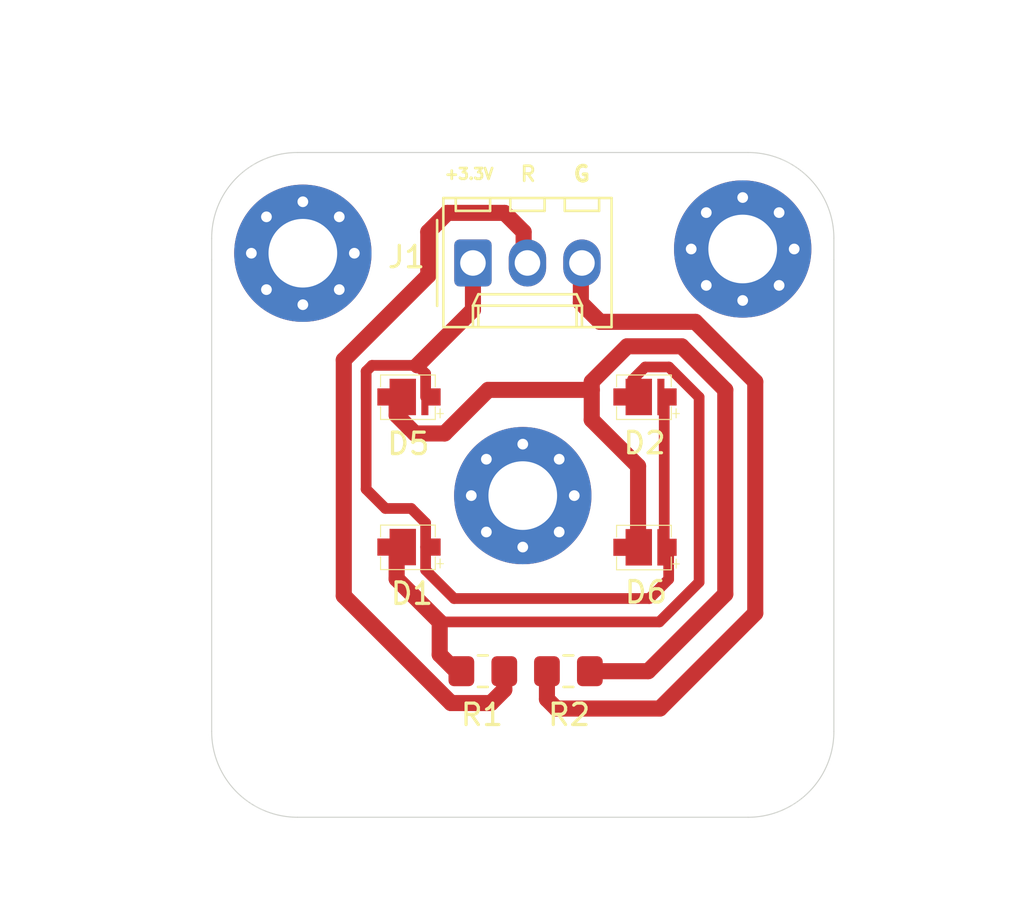
<source format=kicad_pcb>
(kicad_pcb (version 20171130) (host pcbnew "(5.1.9)-1")

  (general
    (thickness 1.6)
    (drawings 17)
    (tracks 66)
    (zones 0)
    (modules 10)
    (nets 9)
  )

  (page A4)
  (layers
    (0 F.Cu jumper)
    (31 B.Cu signal)
    (32 B.Adhes user)
    (33 F.Adhes user)
    (34 B.Paste user)
    (35 F.Paste user)
    (36 B.SilkS user)
    (37 F.SilkS user)
    (38 B.Mask user)
    (39 F.Mask user)
    (40 Dwgs.User user)
    (41 Cmts.User user)
    (42 Eco1.User user)
    (43 Eco2.User user)
    (44 Edge.Cuts user)
    (45 Margin user)
    (46 B.CrtYd user)
    (47 F.CrtYd user)
    (48 B.Fab user hide)
    (49 F.Fab user hide)
  )

  (setup
    (last_trace_width 0.5)
    (user_trace_width 0.3)
    (user_trace_width 0.4)
    (user_trace_width 0.5)
    (user_trace_width 0.75)
    (user_trace_width 1)
    (trace_clearance 0.2)
    (zone_clearance 0.208)
    (zone_45_only no)
    (trace_min 0.2)
    (via_size 0.8)
    (via_drill 0.4)
    (via_min_size 0.4)
    (via_min_drill 0.3)
    (uvia_size 0.3)
    (uvia_drill 0.1)
    (uvias_allowed no)
    (uvia_min_size 0.2)
    (uvia_min_drill 0.1)
    (edge_width 0.05)
    (segment_width 0.2)
    (pcb_text_width 0.3)
    (pcb_text_size 1.5 1.5)
    (mod_edge_width 0.12)
    (mod_text_size 1 1)
    (mod_text_width 0.15)
    (pad_size 1.524 1.524)
    (pad_drill 0.762)
    (pad_to_mask_clearance 0)
    (aux_axis_origin 0 0)
    (visible_elements 7FFFFFFF)
    (pcbplotparams
      (layerselection 0x010f0_ffffffff)
      (usegerberextensions true)
      (usegerberattributes true)
      (usegerberadvancedattributes true)
      (creategerberjobfile false)
      (excludeedgelayer true)
      (linewidth 0.100000)
      (plotframeref false)
      (viasonmask false)
      (mode 1)
      (useauxorigin false)
      (hpglpennumber 1)
      (hpglpenspeed 20)
      (hpglpendiameter 15.000000)
      (psnegative false)
      (psa4output false)
      (plotreference true)
      (plotvalue false)
      (plotinvisibletext false)
      (padsonsilk true)
      (subtractmaskfromsilk false)
      (outputformat 1)
      (mirror false)
      (drillshape 0)
      (scaleselection 1)
      (outputdirectory "Gerbers/"))
  )

  (net 0 "")
  (net 1 +3V3)
  (net 2 "Net-(H1-Pad1)")
  (net 3 "Net-(H2-Pad1)")
  (net 4 "Net-(H3-Pad1)")
  (net 5 Path_Red)
  (net 6 Path_Green)
  (net 7 "Net-(D1-Pad1)")
  (net 8 "Net-(D5-Pad1)")

  (net_class Default "This is the default net class."
    (clearance 0.2)
    (trace_width 0.25)
    (via_dia 0.8)
    (via_drill 0.4)
    (uvia_dia 0.3)
    (uvia_drill 0.1)
    (add_net +3V3)
    (add_net "Net-(D1-Pad1)")
    (add_net "Net-(D5-Pad1)")
    (add_net "Net-(H1-Pad1)")
    (add_net "Net-(H2-Pad1)")
    (add_net "Net-(H3-Pad1)")
    (add_net Path_Green)
    (add_net Path_Red)
  )

  (module MountingHole:MountingHole_3.2mm_M3_Pad_Via (layer F.Cu) (tedit 56DDBCCA) (tstamp 6137A246)
    (at 129.5 57)
    (descr "Mounting Hole 3.2mm, M3")
    (tags "mounting hole 3.2mm m3")
    (path /607D98FF)
    (attr virtual)
    (fp_text reference H3 (at -0.1113 -4.4891) (layer F.SilkS) hide
      (effects (font (size 1 1) (thickness 0.15)))
    )
    (fp_text value MountingHole_Pad (at 0 4.2) (layer F.Fab)
      (effects (font (size 1 1) (thickness 0.15)))
    )
    (fp_circle (center 0 0) (end 3.2 0) (layer Cmts.User) (width 0.15))
    (fp_circle (center 0 0) (end 3.45 0) (layer F.CrtYd) (width 0.05))
    (fp_text user %R (at 0.3 0) (layer F.Fab)
      (effects (font (size 1 1) (thickness 0.15)))
    )
    (pad 1 thru_hole circle (at 0 0) (size 6.4 6.4) (drill 3.2) (layers *.Cu *.Mask)
      (net 4 "Net-(H3-Pad1)"))
    (pad 1 thru_hole circle (at 2.4 0) (size 0.8 0.8) (drill 0.5) (layers *.Cu *.Mask)
      (net 4 "Net-(H3-Pad1)"))
    (pad 1 thru_hole circle (at 1.697056 1.697056) (size 0.8 0.8) (drill 0.5) (layers *.Cu *.Mask)
      (net 4 "Net-(H3-Pad1)"))
    (pad 1 thru_hole circle (at 0 2.4) (size 0.8 0.8) (drill 0.5) (layers *.Cu *.Mask)
      (net 4 "Net-(H3-Pad1)"))
    (pad 1 thru_hole circle (at -1.697056 1.697056) (size 0.8 0.8) (drill 0.5) (layers *.Cu *.Mask)
      (net 4 "Net-(H3-Pad1)"))
    (pad 1 thru_hole circle (at -2.4 0) (size 0.8 0.8) (drill 0.5) (layers *.Cu *.Mask)
      (net 4 "Net-(H3-Pad1)"))
    (pad 1 thru_hole circle (at -1.697056 -1.697056) (size 0.8 0.8) (drill 0.5) (layers *.Cu *.Mask)
      (net 4 "Net-(H3-Pad1)"))
    (pad 1 thru_hole circle (at 0 -2.4) (size 0.8 0.8) (drill 0.5) (layers *.Cu *.Mask)
      (net 4 "Net-(H3-Pad1)"))
    (pad 1 thru_hole circle (at 1.697056 -1.697056) (size 0.8 0.8) (drill 0.5) (layers *.Cu *.Mask)
      (net 4 "Net-(H3-Pad1)"))
  )

  (module Resistor_SMD:R_0805_2012Metric_Pad1.20x1.40mm_HandSolder (layer F.Cu) (tedit 5F68FEEE) (tstamp 61369973)
    (at 131.6261 65.1891)
    (descr "Resistor SMD 0805 (2012 Metric), square (rectangular) end terminal, IPC_7351 nominal with elongated pad for handsoldering. (Body size source: IPC-SM-782 page 72, https://www.pcb-3d.com/wordpress/wp-content/uploads/ipc-sm-782a_amendment_1_and_2.pdf), generated with kicad-footprint-generator")
    (tags "resistor handsolder")
    (path /607D10A5)
    (attr smd)
    (fp_text reference R2 (at 0.0348 2.032) (layer F.SilkS)
      (effects (font (size 1 1) (thickness 0.15)))
    )
    (fp_text value 22 (at 0 1.65) (layer F.Fab)
      (effects (font (size 1 1) (thickness 0.15)))
    )
    (fp_line (start 1.85 0.95) (end -1.85 0.95) (layer F.CrtYd) (width 0.05))
    (fp_line (start 1.85 -0.95) (end 1.85 0.95) (layer F.CrtYd) (width 0.05))
    (fp_line (start -1.85 -0.95) (end 1.85 -0.95) (layer F.CrtYd) (width 0.05))
    (fp_line (start -1.85 0.95) (end -1.85 -0.95) (layer F.CrtYd) (width 0.05))
    (fp_line (start -0.227064 0.735) (end 0.227064 0.735) (layer F.SilkS) (width 0.12))
    (fp_line (start -0.227064 -0.735) (end 0.227064 -0.735) (layer F.SilkS) (width 0.12))
    (fp_line (start 1 0.625) (end -1 0.625) (layer F.Fab) (width 0.1))
    (fp_line (start 1 -0.625) (end 1 0.625) (layer F.Fab) (width 0.1))
    (fp_line (start -1 -0.625) (end 1 -0.625) (layer F.Fab) (width 0.1))
    (fp_line (start -1 0.625) (end -1 -0.625) (layer F.Fab) (width 0.1))
    (fp_text user %R (at 0 0) (layer F.Fab)
      (effects (font (size 0.5 0.5) (thickness 0.08)))
    )
    (pad 2 smd roundrect (at 1 0) (size 1.2 1.4) (layers F.Cu F.Paste F.Mask) (roundrect_rratio 0.208333)
      (net 8 "Net-(D5-Pad1)"))
    (pad 1 smd roundrect (at -1 0) (size 1.2 1.4) (layers F.Cu F.Paste F.Mask) (roundrect_rratio 0.208333)
      (net 6 Path_Green))
    (model ${KISYS3DMOD}/Resistor_SMD.3dshapes/R_0805_2012Metric.wrl
      (at (xyz 0 0 0))
      (scale (xyz 1 1 1))
      (rotate (xyz 0 0 0))
    )
  )

  (module Resistor_SMD:R_0805_2012Metric_Pad1.20x1.40mm_HandSolder (layer F.Cu) (tedit 5F68FEEE) (tstamp 6136D0C5)
    (at 127.6383 65.1891 180)
    (descr "Resistor SMD 0805 (2012 Metric), square (rectangular) end terminal, IPC_7351 nominal with elongated pad for handsoldering. (Body size source: IPC-SM-782 page 72, https://www.pcb-3d.com/wordpress/wp-content/uploads/ipc-sm-782a_amendment_1_and_2.pdf), generated with kicad-footprint-generator")
    (tags "resistor handsolder")
    (path /607779A2)
    (attr smd)
    (fp_text reference R1 (at 0.0414 -2.032 180) (layer F.SilkS)
      (effects (font (size 1 1) (thickness 0.15)))
    )
    (fp_text value 22 (at 0 1.65) (layer F.Fab)
      (effects (font (size 1 1) (thickness 0.15)))
    )
    (fp_line (start 1.85 0.95) (end -1.85 0.95) (layer F.CrtYd) (width 0.05))
    (fp_line (start 1.85 -0.95) (end 1.85 0.95) (layer F.CrtYd) (width 0.05))
    (fp_line (start -1.85 -0.95) (end 1.85 -0.95) (layer F.CrtYd) (width 0.05))
    (fp_line (start -1.85 0.95) (end -1.85 -0.95) (layer F.CrtYd) (width 0.05))
    (fp_line (start -0.227064 0.735) (end 0.227064 0.735) (layer F.SilkS) (width 0.12))
    (fp_line (start -0.227064 -0.735) (end 0.227064 -0.735) (layer F.SilkS) (width 0.12))
    (fp_line (start 1 0.625) (end -1 0.625) (layer F.Fab) (width 0.1))
    (fp_line (start 1 -0.625) (end 1 0.625) (layer F.Fab) (width 0.1))
    (fp_line (start -1 -0.625) (end 1 -0.625) (layer F.Fab) (width 0.1))
    (fp_line (start -1 0.625) (end -1 -0.625) (layer F.Fab) (width 0.1))
    (fp_text user %R (at 0 0) (layer F.Fab)
      (effects (font (size 0.5 0.5) (thickness 0.08)))
    )
    (pad 2 smd roundrect (at 1 0 180) (size 1.2 1.4) (layers F.Cu F.Paste F.Mask) (roundrect_rratio 0.208333)
      (net 7 "Net-(D1-Pad1)"))
    (pad 1 smd roundrect (at -1 0 180) (size 1.2 1.4) (layers F.Cu F.Paste F.Mask) (roundrect_rratio 0.208333)
      (net 5 Path_Red))
    (model ${KISYS3DMOD}/Resistor_SMD.3dshapes/R_0805_2012Metric.wrl
      (at (xyz 0 0 0))
      (scale (xyz 1 1 1))
      (rotate (xyz 0 0 0))
    )
  )

  (module Connector_Molex:Molex_KK-254_AE-6410-03A_1x03_P2.54mm_Vertical (layer F.Cu) (tedit 5EA53D3B) (tstamp 61369945)
    (at 127.1778 46.1518)
    (descr "Molex KK-254 Interconnect System, old/engineering part number: AE-6410-03A example for new part number: 22-27-2031, 3 Pins (http://www.molex.com/pdm_docs/sd/022272021_sd.pdf), generated with kicad-footprint-generator")
    (tags "connector Molex KK-254 vertical")
    (path /6079464C)
    (fp_text reference J1 (at -3.0988 -0.2794 180) (layer F.SilkS)
      (effects (font (size 1 1) (thickness 0.15)))
    )
    (fp_text value Conn_01x03 (at 2.54 4.08) (layer F.Fab)
      (effects (font (size 1 1) (thickness 0.15)))
    )
    (fp_line (start -1.27 -2.92) (end -1.27 2.88) (layer F.Fab) (width 0.1))
    (fp_line (start -1.27 2.88) (end 6.35 2.88) (layer F.Fab) (width 0.1))
    (fp_line (start 6.35 2.88) (end 6.35 -2.92) (layer F.Fab) (width 0.1))
    (fp_line (start 6.35 -2.92) (end -1.27 -2.92) (layer F.Fab) (width 0.1))
    (fp_line (start -1.38 -3.03) (end -1.38 2.99) (layer F.SilkS) (width 0.12))
    (fp_line (start -1.38 2.99) (end 6.46 2.99) (layer F.SilkS) (width 0.12))
    (fp_line (start 6.46 2.99) (end 6.46 -3.03) (layer F.SilkS) (width 0.12))
    (fp_line (start 6.46 -3.03) (end -1.38 -3.03) (layer F.SilkS) (width 0.12))
    (fp_line (start -1.67 -2) (end -1.67 2) (layer F.SilkS) (width 0.12))
    (fp_line (start -1.27 -0.5) (end -0.562893 0) (layer F.Fab) (width 0.1))
    (fp_line (start -0.562893 0) (end -1.27 0.5) (layer F.Fab) (width 0.1))
    (fp_line (start 0 2.99) (end 0 1.99) (layer F.SilkS) (width 0.12))
    (fp_line (start 0 1.99) (end 5.08 1.99) (layer F.SilkS) (width 0.12))
    (fp_line (start 5.08 1.99) (end 5.08 2.99) (layer F.SilkS) (width 0.12))
    (fp_line (start 0 1.99) (end 0.25 1.46) (layer F.SilkS) (width 0.12))
    (fp_line (start 0.25 1.46) (end 4.83 1.46) (layer F.SilkS) (width 0.12))
    (fp_line (start 4.83 1.46) (end 5.08 1.99) (layer F.SilkS) (width 0.12))
    (fp_line (start 0.25 2.99) (end 0.25 1.99) (layer F.SilkS) (width 0.12))
    (fp_line (start 4.83 2.99) (end 4.83 1.99) (layer F.SilkS) (width 0.12))
    (fp_line (start -0.8 -3.03) (end -0.8 -2.43) (layer F.SilkS) (width 0.12))
    (fp_line (start -0.8 -2.43) (end 0.8 -2.43) (layer F.SilkS) (width 0.12))
    (fp_line (start 0.8 -2.43) (end 0.8 -3.03) (layer F.SilkS) (width 0.12))
    (fp_line (start 1.74 -3.03) (end 1.74 -2.43) (layer F.SilkS) (width 0.12))
    (fp_line (start 1.74 -2.43) (end 3.34 -2.43) (layer F.SilkS) (width 0.12))
    (fp_line (start 3.34 -2.43) (end 3.34 -3.03) (layer F.SilkS) (width 0.12))
    (fp_line (start 4.28 -3.03) (end 4.28 -2.43) (layer F.SilkS) (width 0.12))
    (fp_line (start 4.28 -2.43) (end 5.88 -2.43) (layer F.SilkS) (width 0.12))
    (fp_line (start 5.88 -2.43) (end 5.88 -3.03) (layer F.SilkS) (width 0.12))
    (fp_line (start -1.77 -3.42) (end -1.77 3.38) (layer F.CrtYd) (width 0.05))
    (fp_line (start -1.77 3.38) (end 6.85 3.38) (layer F.CrtYd) (width 0.05))
    (fp_line (start 6.85 3.38) (end 6.85 -3.42) (layer F.CrtYd) (width 0.05))
    (fp_line (start 6.85 -3.42) (end -1.77 -3.42) (layer F.CrtYd) (width 0.05))
    (fp_text user %R (at 2.54 -2.22) (layer F.Fab)
      (effects (font (size 1 1) (thickness 0.15)))
    )
    (pad 3 thru_hole oval (at 5.08 0) (size 1.74 2.19) (drill 1.19) (layers *.Cu *.Mask)
      (net 6 Path_Green))
    (pad 2 thru_hole oval (at 2.54 0) (size 1.74 2.19) (drill 1.19) (layers *.Cu *.Mask)
      (net 5 Path_Red))
    (pad 1 thru_hole roundrect (at 0 0) (size 1.74 2.19) (drill 1.19) (layers *.Cu *.Mask) (roundrect_rratio 0.143678)
      (net 1 +3V3))
    (model ${KISYS3DMOD}/Connector_Molex.3dshapes/Molex_KK-254_AE-6410-03A_1x03_P2.54mm_Vertical.wrl
      (at (xyz 0 0 0))
      (scale (xyz 1 1 1))
      (rotate (xyz 0 0 0))
    )
  )

  (module "TSAL_LEDS_FOOTPRINT:LED_KT DDLM31.13" (layer F.Cu) (tedit 612EA81B) (tstamp 613698A5)
    (at 135.2468 59.3856 270)
    (path /607D10B1)
    (fp_text reference D6 (at 2.1205 0.0045 180) (layer F.SilkS)
      (effects (font (size 1 1) (thickness 0.15)))
    )
    (fp_text value LED (at 0 0 90) (layer F.Fab)
      (effects (font (size 1 1) (thickness 0.15)))
    )
    (fp_line (start 0.8 -1.55) (end 0.8 -1.25) (layer F.SilkS) (width 0.05))
    (fp_line (start 0.575 -1.4) (end 1 -1.4) (layer F.SilkS) (width 0.05))
    (fp_line (start 1.075 1.375) (end 0.475 1.375) (layer F.SilkS) (width 0.05))
    (fp_line (start 1.075 -1.175) (end 1.075 1.375) (layer F.SilkS) (width 0.05))
    (fp_line (start 0.475 -1.175) (end 1.075 -1.175) (layer F.SilkS) (width 0.05))
    (fp_line (start -1 1.375) (end -0.45 1.375) (layer F.SilkS) (width 0.05))
    (fp_line (start -1 -1.175) (end -1 1.375) (layer F.SilkS) (width 0.05))
    (fp_line (start -0.45 -1.175) (end -1 -1.175) (layer F.SilkS) (width 0.05))
    (fp_line (start 0.8 -1.55) (end 0.8 -1.25) (layer F.Fab) (width 0.05))
    (fp_line (start 0.6 -1.4) (end 1 -1.4) (layer F.Fab) (width 0.05))
    (fp_line (start 0.875 1.3) (end 1 1.3) (layer F.Fab) (width 0.05))
    (fp_line (start -0.85 -1.1) (end -0.925 -1.1) (layer F.Fab) (width 0.05))
    (fp_circle (center 0 0) (end 0.6 0) (layer F.Fab) (width 0.05))
    (fp_line (start -0.925 1.3) (end -0.925 -1.1) (layer F.Fab) (width 0.05))
    (fp_line (start 0.875 1.3) (end -0.925 1.3) (layer F.Fab) (width 0.05))
    (fp_line (start 1 -1.1) (end 1 1.3) (layer F.Fab) (width 0.05))
    (fp_line (start -0.85 -1.1) (end 1 -1.1) (layer F.Fab) (width 0.05))
    (fp_line (start -1.075 1.775) (end -1.075 -1.625) (layer F.CrtYd) (width 0.05))
    (fp_line (start 1.15 1.775) (end -1.075 1.775) (layer F.CrtYd) (width 0.05))
    (fp_line (start 1.15 -1.625) (end 1.15 1.775) (layer F.CrtYd) (width 0.05))
    (fp_line (start -1.075 -1.625) (end 1.15 -1.625) (layer F.CrtYd) (width 0.05))
    (pad 2 smd custom (at 0.025 -0.725 270) (size 0.8 0.4) (layers F.Cu F.Paste F.Mask)
      (net 1 +3V3) (zone_connect 0)
      (options (clearance outline) (anchor rect))
      (primitives
        (gr_poly (pts
           (xy -0.85 0.2) (xy 0.85 0.2) (xy 0.85 -0.13) (xy 0.4 -0.13) (xy 0.4 -0.7)
           (xy -0.4 -0.7) (xy -0.4 -0.13) (xy -0.85 -0.13)) (width 0))
      ))
    (pad 1 smd custom (at 0.025 0.625 270) (size 0.7 0.6) (layers F.Cu F.Paste F.Mask)
      (net 8 "Net-(D5-Pad1)") (zone_connect 0)
      (options (clearance outline) (anchor rect))
      (primitives
        (gr_poly (pts
           (xy -0.85 -0.9) (xy 0.85 -0.9) (xy 0.85 0.33) (xy 0.4 0.33) (xy 0.4 0.9)
           (xy -0.4 0.9) (xy -0.4 0.33) (xy -0.85 0.33)) (width 0))
      ))
  )

  (module "TSAL_LEDS_FOOTPRINT:LED_KT DDLM31.13" (layer F.Cu) (tedit 612EA81B) (tstamp 6136988A)
    (at 124.2468 52.3752 270)
    (path /607D10AB)
    (fp_text reference D5 (at 2.2094 0.0789 180) (layer F.SilkS)
      (effects (font (size 1 1) (thickness 0.15)))
    )
    (fp_text value LED (at 0 0 90) (layer F.Fab)
      (effects (font (size 1 1) (thickness 0.15)))
    )
    (fp_line (start 0.8 -1.55) (end 0.8 -1.25) (layer F.SilkS) (width 0.05))
    (fp_line (start 0.575 -1.4) (end 1 -1.4) (layer F.SilkS) (width 0.05))
    (fp_line (start 1.075 1.375) (end 0.475 1.375) (layer F.SilkS) (width 0.05))
    (fp_line (start 1.075 -1.175) (end 1.075 1.375) (layer F.SilkS) (width 0.05))
    (fp_line (start 0.475 -1.175) (end 1.075 -1.175) (layer F.SilkS) (width 0.05))
    (fp_line (start -1 1.375) (end -0.45 1.375) (layer F.SilkS) (width 0.05))
    (fp_line (start -1 -1.175) (end -1 1.375) (layer F.SilkS) (width 0.05))
    (fp_line (start -0.45 -1.175) (end -1 -1.175) (layer F.SilkS) (width 0.05))
    (fp_line (start 0.8 -1.55) (end 0.8 -1.25) (layer F.Fab) (width 0.05))
    (fp_line (start 0.6 -1.4) (end 1 -1.4) (layer F.Fab) (width 0.05))
    (fp_line (start 0.875 1.3) (end 1 1.3) (layer F.Fab) (width 0.05))
    (fp_line (start -0.85 -1.1) (end -0.925 -1.1) (layer F.Fab) (width 0.05))
    (fp_circle (center 0 0) (end 0.6 0) (layer F.Fab) (width 0.05))
    (fp_line (start -0.925 1.3) (end -0.925 -1.1) (layer F.Fab) (width 0.05))
    (fp_line (start 0.875 1.3) (end -0.925 1.3) (layer F.Fab) (width 0.05))
    (fp_line (start 1 -1.1) (end 1 1.3) (layer F.Fab) (width 0.05))
    (fp_line (start -0.85 -1.1) (end 1 -1.1) (layer F.Fab) (width 0.05))
    (fp_line (start -1.075 1.775) (end -1.075 -1.625) (layer F.CrtYd) (width 0.05))
    (fp_line (start 1.15 1.775) (end -1.075 1.775) (layer F.CrtYd) (width 0.05))
    (fp_line (start 1.15 -1.625) (end 1.15 1.775) (layer F.CrtYd) (width 0.05))
    (fp_line (start -1.075 -1.625) (end 1.15 -1.625) (layer F.CrtYd) (width 0.05))
    (pad 2 smd custom (at 0.025 -0.725 270) (size 0.8 0.4) (layers F.Cu F.Paste F.Mask)
      (net 1 +3V3) (zone_connect 0)
      (options (clearance outline) (anchor rect))
      (primitives
        (gr_poly (pts
           (xy -0.85 0.2) (xy 0.85 0.2) (xy 0.85 -0.13) (xy 0.4 -0.13) (xy 0.4 -0.7)
           (xy -0.4 -0.7) (xy -0.4 -0.13) (xy -0.85 -0.13)) (width 0))
      ))
    (pad 1 smd custom (at 0.025 0.625 270) (size 0.7 0.6) (layers F.Cu F.Paste F.Mask)
      (net 8 "Net-(D5-Pad1)") (zone_connect 0)
      (options (clearance outline) (anchor rect))
      (primitives
        (gr_poly (pts
           (xy -0.85 -0.9) (xy 0.85 -0.9) (xy 0.85 0.33) (xy 0.4 0.33) (xy 0.4 0.9)
           (xy -0.4 0.9) (xy -0.4 0.33) (xy -0.85 0.33)) (width 0))
      ))
  )

  (module "TSAL_LEDS_FOOTPRINT:LED_KT DDLM31.13" (layer F.Cu) (tedit 612EA81B) (tstamp 6136986F)
    (at 135.2468 52.3752 270)
    (path /6077E466)
    (fp_text reference D2 (at 2.1713 0.068 180) (layer F.SilkS)
      (effects (font (size 1 1) (thickness 0.15)))
    )
    (fp_text value LED (at 0 0 90) (layer F.Fab)
      (effects (font (size 1 1) (thickness 0.15)))
    )
    (fp_line (start 0.8 -1.55) (end 0.8 -1.25) (layer F.SilkS) (width 0.05))
    (fp_line (start 0.575 -1.4) (end 1 -1.4) (layer F.SilkS) (width 0.05))
    (fp_line (start 1.075 1.375) (end 0.475 1.375) (layer F.SilkS) (width 0.05))
    (fp_line (start 1.075 -1.175) (end 1.075 1.375) (layer F.SilkS) (width 0.05))
    (fp_line (start 0.475 -1.175) (end 1.075 -1.175) (layer F.SilkS) (width 0.05))
    (fp_line (start -1 1.375) (end -0.45 1.375) (layer F.SilkS) (width 0.05))
    (fp_line (start -1 -1.175) (end -1 1.375) (layer F.SilkS) (width 0.05))
    (fp_line (start -0.45 -1.175) (end -1 -1.175) (layer F.SilkS) (width 0.05))
    (fp_line (start 0.8 -1.55) (end 0.8 -1.25) (layer F.Fab) (width 0.05))
    (fp_line (start 0.6 -1.4) (end 1 -1.4) (layer F.Fab) (width 0.05))
    (fp_line (start 0.875 1.3) (end 1 1.3) (layer F.Fab) (width 0.05))
    (fp_line (start -0.85 -1.1) (end -0.925 -1.1) (layer F.Fab) (width 0.05))
    (fp_circle (center 0 0) (end 0.6 0) (layer F.Fab) (width 0.05))
    (fp_line (start -0.925 1.3) (end -0.925 -1.1) (layer F.Fab) (width 0.05))
    (fp_line (start 0.875 1.3) (end -0.925 1.3) (layer F.Fab) (width 0.05))
    (fp_line (start 1 -1.1) (end 1 1.3) (layer F.Fab) (width 0.05))
    (fp_line (start -0.85 -1.1) (end 1 -1.1) (layer F.Fab) (width 0.05))
    (fp_line (start -1.075 1.775) (end -1.075 -1.625) (layer F.CrtYd) (width 0.05))
    (fp_line (start 1.15 1.775) (end -1.075 1.775) (layer F.CrtYd) (width 0.05))
    (fp_line (start 1.15 -1.625) (end 1.15 1.775) (layer F.CrtYd) (width 0.05))
    (fp_line (start -1.075 -1.625) (end 1.15 -1.625) (layer F.CrtYd) (width 0.05))
    (pad 2 smd custom (at 0.025 -0.725 270) (size 0.8 0.4) (layers F.Cu F.Paste F.Mask)
      (net 1 +3V3) (zone_connect 0)
      (options (clearance outline) (anchor rect))
      (primitives
        (gr_poly (pts
           (xy -0.85 0.2) (xy 0.85 0.2) (xy 0.85 -0.13) (xy 0.4 -0.13) (xy 0.4 -0.7)
           (xy -0.4 -0.7) (xy -0.4 -0.13) (xy -0.85 -0.13)) (width 0))
      ))
    (pad 1 smd custom (at 0.025 0.625 270) (size 0.7 0.6) (layers F.Cu F.Paste F.Mask)
      (net 7 "Net-(D1-Pad1)") (zone_connect 0)
      (options (clearance outline) (anchor rect))
      (primitives
        (gr_poly (pts
           (xy -0.85 -0.9) (xy 0.85 -0.9) (xy 0.85 0.33) (xy 0.4 0.33) (xy 0.4 0.9)
           (xy -0.4 0.9) (xy -0.4 0.33) (xy -0.85 0.33)) (width 0))
      ))
  )

  (module "TSAL_LEDS_FOOTPRINT:LED_KT DDLM31.13" (layer F.Cu) (tedit 612EA81B) (tstamp 6136C61F)
    (at 124.2468 59.3752 270)
    (path /60778BBD)
    (fp_text reference D1 (at 2.1944 -0.0862 180) (layer F.SilkS)
      (effects (font (size 1 1) (thickness 0.15)))
    )
    (fp_text value LED (at 0 0 90) (layer F.Fab)
      (effects (font (size 1 1) (thickness 0.15)))
    )
    (fp_line (start 0.8 -1.55) (end 0.8 -1.25) (layer F.SilkS) (width 0.05))
    (fp_line (start 0.575 -1.4) (end 1 -1.4) (layer F.SilkS) (width 0.05))
    (fp_line (start 1.075 1.375) (end 0.475 1.375) (layer F.SilkS) (width 0.05))
    (fp_line (start 1.075 -1.175) (end 1.075 1.375) (layer F.SilkS) (width 0.05))
    (fp_line (start 0.475 -1.175) (end 1.075 -1.175) (layer F.SilkS) (width 0.05))
    (fp_line (start -1 1.375) (end -0.45 1.375) (layer F.SilkS) (width 0.05))
    (fp_line (start -1 -1.175) (end -1 1.375) (layer F.SilkS) (width 0.05))
    (fp_line (start -0.45 -1.175) (end -1 -1.175) (layer F.SilkS) (width 0.05))
    (fp_line (start 0.8 -1.55) (end 0.8 -1.25) (layer F.Fab) (width 0.05))
    (fp_line (start 0.6 -1.4) (end 1 -1.4) (layer F.Fab) (width 0.05))
    (fp_line (start 0.875 1.3) (end 1 1.3) (layer F.Fab) (width 0.05))
    (fp_line (start -0.85 -1.1) (end -0.925 -1.1) (layer F.Fab) (width 0.05))
    (fp_circle (center 0 0) (end 0.6 0) (layer F.Fab) (width 0.05))
    (fp_line (start -0.925 1.3) (end -0.925 -1.1) (layer F.Fab) (width 0.05))
    (fp_line (start 0.875 1.3) (end -0.925 1.3) (layer F.Fab) (width 0.05))
    (fp_line (start 1 -1.1) (end 1 1.3) (layer F.Fab) (width 0.05))
    (fp_line (start -0.85 -1.1) (end 1 -1.1) (layer F.Fab) (width 0.05))
    (fp_line (start -1.075 1.775) (end -1.075 -1.625) (layer F.CrtYd) (width 0.05))
    (fp_line (start 1.15 1.775) (end -1.075 1.775) (layer F.CrtYd) (width 0.05))
    (fp_line (start 1.15 -1.625) (end 1.15 1.775) (layer F.CrtYd) (width 0.05))
    (fp_line (start -1.075 -1.625) (end 1.15 -1.625) (layer F.CrtYd) (width 0.05))
    (pad 2 smd custom (at 0.025 -0.725 270) (size 0.8 0.4) (layers F.Cu F.Paste F.Mask)
      (net 1 +3V3) (zone_connect 0)
      (options (clearance outline) (anchor rect))
      (primitives
        (gr_poly (pts
           (xy -0.85 0.2) (xy 0.85 0.2) (xy 0.85 -0.13) (xy 0.4 -0.13) (xy 0.4 -0.7)
           (xy -0.4 -0.7) (xy -0.4 -0.13) (xy -0.85 -0.13)) (width 0))
      ))
    (pad 1 smd custom (at 0.025 0.625 270) (size 0.7 0.6) (layers F.Cu F.Paste F.Mask)
      (net 7 "Net-(D1-Pad1)") (zone_connect 0)
      (options (clearance outline) (anchor rect))
      (primitives
        (gr_poly (pts
           (xy -0.85 -0.9) (xy 0.85 -0.9) (xy 0.85 0.33) (xy 0.4 0.33) (xy 0.4 0.9)
           (xy -0.4 0.9) (xy -0.4 0.33) (xy -0.85 0.33)) (width 0))
      ))
  )

  (module MountingHole:MountingHole_3.2mm_M3_Pad_Via (layer F.Cu) (tedit 56DDBCCA) (tstamp 6077B025)
    (at 119.25 45.697056)
    (descr "Mounting Hole 3.2mm, M3")
    (tags "mounting hole 3.2mm m3")
    (path /607D9688)
    (attr virtual)
    (fp_text reference H2 (at 0 -4.2) (layer F.SilkS) hide
      (effects (font (size 1 1) (thickness 0.15)))
    )
    (fp_text value MountingHole_Pad (at 0 4.2) (layer F.Fab)
      (effects (font (size 1 1) (thickness 0.15)))
    )
    (fp_circle (center 0 0) (end 3.45 0) (layer F.CrtYd) (width 0.05))
    (fp_circle (center 0 0) (end 3.2 0) (layer Cmts.User) (width 0.15))
    (fp_text user %R (at 0.3 0) (layer F.Fab)
      (effects (font (size 1 1) (thickness 0.15)))
    )
    (pad 1 thru_hole circle (at 1.697056 -1.697056) (size 0.8 0.8) (drill 0.5) (layers *.Cu *.Mask)
      (net 3 "Net-(H2-Pad1)"))
    (pad 1 thru_hole circle (at 0 -2.4) (size 0.8 0.8) (drill 0.5) (layers *.Cu *.Mask)
      (net 3 "Net-(H2-Pad1)"))
    (pad 1 thru_hole circle (at -1.697056 -1.697056) (size 0.8 0.8) (drill 0.5) (layers *.Cu *.Mask)
      (net 3 "Net-(H2-Pad1)"))
    (pad 1 thru_hole circle (at -2.4 0) (size 0.8 0.8) (drill 0.5) (layers *.Cu *.Mask)
      (net 3 "Net-(H2-Pad1)"))
    (pad 1 thru_hole circle (at -1.697056 1.697056) (size 0.8 0.8) (drill 0.5) (layers *.Cu *.Mask)
      (net 3 "Net-(H2-Pad1)"))
    (pad 1 thru_hole circle (at 0 2.4) (size 0.8 0.8) (drill 0.5) (layers *.Cu *.Mask)
      (net 3 "Net-(H2-Pad1)"))
    (pad 1 thru_hole circle (at 1.697056 1.697056) (size 0.8 0.8) (drill 0.5) (layers *.Cu *.Mask)
      (net 3 "Net-(H2-Pad1)"))
    (pad 1 thru_hole circle (at 2.4 0) (size 0.8 0.8) (drill 0.5) (layers *.Cu *.Mask)
      (net 3 "Net-(H2-Pad1)"))
    (pad 1 thru_hole circle (at 0 0) (size 6.4 6.4) (drill 3.2) (layers *.Cu *.Mask)
      (net 3 "Net-(H2-Pad1)"))
  )

  (module MountingHole:MountingHole_3.2mm_M3_Pad_Via (layer F.Cu) (tedit 56DDBCCA) (tstamp 60A2BF60)
    (at 139.75 45.5)
    (descr "Mounting Hole 3.2mm, M3")
    (tags "mounting hole 3.2mm m3")
    (path /607D7EFE)
    (attr virtual)
    (fp_text reference H1 (at 0 -4.2) (layer F.SilkS) hide
      (effects (font (size 1 1) (thickness 0.15)))
    )
    (fp_text value MountingHole_Pad (at 0 4.2) (layer F.Fab)
      (effects (font (size 1 1) (thickness 0.15)))
    )
    (fp_circle (center 0 0) (end 3.2 0) (layer Cmts.User) (width 0.15))
    (fp_circle (center 0 0) (end 3.45 0) (layer F.CrtYd) (width 0.05))
    (fp_text user %R (at 0.3 0) (layer F.Fab)
      (effects (font (size 1 1) (thickness 0.15)))
    )
    (pad 1 thru_hole circle (at 0 0) (size 6.4 6.4) (drill 3.2) (layers *.Cu *.Mask)
      (net 2 "Net-(H1-Pad1)"))
    (pad 1 thru_hole circle (at 2.4 0) (size 0.8 0.8) (drill 0.5) (layers *.Cu *.Mask)
      (net 2 "Net-(H1-Pad1)"))
    (pad 1 thru_hole circle (at 1.697056 1.697056) (size 0.8 0.8) (drill 0.5) (layers *.Cu *.Mask)
      (net 2 "Net-(H1-Pad1)"))
    (pad 1 thru_hole circle (at 0 2.4) (size 0.8 0.8) (drill 0.5) (layers *.Cu *.Mask)
      (net 2 "Net-(H1-Pad1)"))
    (pad 1 thru_hole circle (at -1.697056 1.697056) (size 0.8 0.8) (drill 0.5) (layers *.Cu *.Mask)
      (net 2 "Net-(H1-Pad1)"))
    (pad 1 thru_hole circle (at -2.4 0) (size 0.8 0.8) (drill 0.5) (layers *.Cu *.Mask)
      (net 2 "Net-(H1-Pad1)"))
    (pad 1 thru_hole circle (at -1.697056 -1.697056) (size 0.8 0.8) (drill 0.5) (layers *.Cu *.Mask)
      (net 2 "Net-(H1-Pad1)"))
    (pad 1 thru_hole circle (at 0 -2.4) (size 0.8 0.8) (drill 0.5) (layers *.Cu *.Mask)
      (net 2 "Net-(H1-Pad1)"))
    (pad 1 thru_hole circle (at 1.697056 -1.697056) (size 0.8 0.8) (drill 0.5) (layers *.Cu *.Mask)
      (net 2 "Net-(H1-Pad1)"))
  )

  (dimension 20.500947 (width 0.15) (layer Dwgs.User) (tstamp 6137B240)
    (gr_text "20.501 mm" (at 129.394147 34.586509 0.5507380195) (layer Dwgs.User) (tstamp 6137B241)
      (effects (font (size 1 1) (thickness 0.15)))
    )
    (feature1 (pts (xy 139.75 45.5) (xy 139.651006 35.201527)))
    (feature2 (pts (xy 119.25 45.697056) (xy 119.151006 35.398583)))
    (crossbar (pts (xy 119.156643 35.984977) (xy 139.656643 35.787921)))
    (arrow1a (pts (xy 139.656643 35.787921) (xy 138.535828 36.385143)))
    (arrow1b (pts (xy 139.656643 35.787921) (xy 138.524555 35.212355)))
    (arrow2a (pts (xy 119.156643 35.984977) (xy 120.288731 36.560543)))
    (arrow2b (pts (xy 119.156643 35.984977) (xy 120.277458 35.387755)))
  )
  (dimension 20.500947 (width 0.15) (layer Dwgs.User)
    (gr_text "20.501 mm" (at 129.594173 77.398194 0.5505815187) (layer Dwgs.User)
      (effects (font (size 1 1) (thickness 0.15)))
    )
    (feature1 (pts (xy 139.75 67.5) (xy 139.837316 76.586147)))
    (feature2 (pts (xy 119.25 67.697) (xy 119.337316 76.783147)))
    (crossbar (pts (xy 119.331681 76.196754) (xy 139.831681 75.999754)))
    (arrow1a (pts (xy 139.831681 75.999754) (xy 138.710864 76.596973)))
    (arrow1b (pts (xy 139.831681 75.999754) (xy 138.699594 75.424185)))
    (arrow2a (pts (xy 119.331681 76.196754) (xy 120.463768 76.772323)))
    (arrow2b (pts (xy 119.331681 76.196754) (xy 120.452498 75.599535)))
  )
  (dimension 21.999944 (width 0.15) (layer Dwgs.User)
    (gr_text "22.000 mm" (at 108.8 56.697028 270) (layer Dwgs.User)
      (effects (font (size 1 1) (thickness 0.15)))
    )
    (feature1 (pts (xy 119.25 67.697) (xy 109.513579 67.697)))
    (feature2 (pts (xy 119.25 45.697056) (xy 109.513579 45.697056)))
    (crossbar (pts (xy 110.1 45.697056) (xy 110.1 67.697)))
    (arrow1a (pts (xy 110.1 67.697) (xy 109.513579 66.570496)))
    (arrow1b (pts (xy 110.1 67.697) (xy 110.686421 66.570496)))
    (arrow2a (pts (xy 110.1 45.697056) (xy 109.513579 46.82356)))
    (arrow2b (pts (xy 110.1 45.697056) (xy 110.686421 46.82356)))
  )
  (dimension 22 (width 0.15) (layer Dwgs.User)
    (gr_text "22.000 mm" (at 151.5 56.5 270) (layer Dwgs.User)
      (effects (font (size 1 1) (thickness 0.15)))
    )
    (feature1 (pts (xy 139.75 67.5) (xy 150.786421 67.5)))
    (feature2 (pts (xy 139.75 45.5) (xy 150.786421 45.5)))
    (crossbar (pts (xy 150.2 45.5) (xy 150.2 67.5)))
    (arrow1a (pts (xy 150.2 67.5) (xy 149.613579 66.373496)))
    (arrow1b (pts (xy 150.2 67.5) (xy 150.786421 66.373496)))
    (arrow2a (pts (xy 150.2 45.5) (xy 149.613579 46.626504)))
    (arrow2b (pts (xy 150.2 45.5) (xy 150.786421 46.626504)))
  )
  (gr_arc (start 140 68) (end 140 72) (angle -90) (layer Edge.Cuts) (width 0.05))
  (gr_arc (start 119 68) (end 115 68) (angle -90) (layer Edge.Cuts) (width 0.05))
  (gr_line (start 115 45) (end 115 46) (layer Edge.Cuts) (width 0.05) (tstamp 6077CF03))
  (gr_arc (start 119 45) (end 119 41) (angle -90) (layer Edge.Cuts) (width 0.05))
  (gr_line (start 144 45) (end 144 46) (layer Edge.Cuts) (width 0.05) (tstamp 6077CEF0))
  (gr_arc (start 140 45) (end 144 45) (angle -90) (layer Edge.Cuts) (width 0.05))
  (gr_line (start 144 46) (end 144 68) (layer Edge.Cuts) (width 0.05))
  (gr_line (start 115 46) (end 115 68) (layer Edge.Cuts) (width 0.05))
  (gr_line (start 140 72) (end 119 72) (layer Edge.Cuts) (width 0.05))
  (gr_line (start 119 41) (end 140 41) (layer Edge.Cuts) (width 0.05))
  (gr_text G (at 132.25 42) (layer F.SilkS) (tstamp 6077C414)
    (effects (font (size 0.7 0.7) (thickness 0.175)))
  )
  (gr_text R (at 129.75 42) (layer F.SilkS)
    (effects (font (size 0.7 0.7) (thickness 0.125)))
  )
  (gr_text +3.3V (at 127 42) (layer F.SilkS)
    (effects (font (size 0.5 0.5) (thickness 0.125)))
  )

  (segment (start 124.9718 52.4002) (end 124.9718 51.3118) (width 0.5) (layer F.Cu) (net 1))
  (segment (start 124.9718 51.3118) (end 124.587 50.927) (width 0.5) (layer F.Cu) (net 1))
  (segment (start 127.1778 48.3362) (end 124.587 50.927) (width 0.75) (layer F.Cu) (net 1))
  (segment (start 127.1778 46.1518) (end 127.1778 48.3362) (width 0.75) (layer F.Cu) (net 1))
  (segment (start 136.0932 59.4614) (end 136.0932 52.4764) (width 0.5) (layer F.Cu) (net 1))
  (segment (start 124.9718 59.4002) (end 124.9718 60.4718) (width 0.5) (layer F.Cu) (net 1))
  (segment (start 124.9718 60.4718) (end 126.3 61.8) (width 0.5) (layer F.Cu) (net 1))
  (segment (start 126.3 61.8) (end 135.4 61.8) (width 0.5) (layer F.Cu) (net 1))
  (segment (start 135.4 61.8) (end 136.3 60.9) (width 0.5) (layer F.Cu) (net 1))
  (segment (start 136.3 60.9) (end 136.3 59.4) (width 0.5) (layer F.Cu) (net 1))
  (segment (start 122.473 50.927) (end 124.587 50.927) (width 0.5) (layer F.Cu) (net 1))
  (segment (start 122.2 51.2) (end 122.473 50.927) (width 0.5) (layer F.Cu) (net 1))
  (segment (start 122.2 56.7) (end 122.2 51.2) (width 0.5) (layer F.Cu) (net 1))
  (segment (start 123.1 57.6) (end 122.2 56.7) (width 0.5) (layer F.Cu) (net 1))
  (segment (start 124.3 57.6) (end 123.1 57.6) (width 0.5) (layer F.Cu) (net 1))
  (segment (start 124.9718 58.2718) (end 124.3 57.6) (width 0.5) (layer F.Cu) (net 1))
  (segment (start 124.9718 59.4002) (end 124.9718 58.2718) (width 0.5) (layer F.Cu) (net 1))
  (segment (start 128.6383 65.1891) (end 128.6383 66.0527) (width 0.75) (layer F.Cu) (net 5))
  (segment (start 128.6383 66.0527) (end 128.016 66.675) (width 0.75) (layer F.Cu) (net 5))
  (segment (start 126.157456 66.675) (end 121.158 61.675544) (width 0.75) (layer F.Cu) (net 5))
  (segment (start 128.016 66.675) (end 126.157456 66.675) (width 0.75) (layer F.Cu) (net 5))
  (segment (start 121.158 61.675544) (end 121.158 50.673) (width 0.75) (layer F.Cu) (net 5))
  (segment (start 121.158 50.673) (end 125.095 46.736) (width 0.75) (layer F.Cu) (net 5))
  (segment (start 125.095 46.736) (end 125.095 44.704) (width 0.75) (layer F.Cu) (net 5))
  (segment (start 125.095 44.704) (end 125.984 43.815) (width 0.75) (layer F.Cu) (net 5))
  (segment (start 125.984 43.815) (end 128.651 43.815) (width 0.75) (layer F.Cu) (net 5))
  (segment (start 128.651 43.815) (end 129.54 44.704) (width 0.75) (layer F.Cu) (net 5))
  (segment (start 129.54 44.704) (end 129.54 45.593) (width 0.75) (layer F.Cu) (net 5))
  (segment (start 129.54 45.593) (end 129.667 45.72) (width 0.75) (layer F.Cu) (net 5))
  (segment (start 129.667 45.72) (end 129.667 46.101) (width 0.75) (layer F.Cu) (net 5))
  (segment (start 130.6261 65.1891) (end 130.6261 66.4911) (width 0.75) (layer F.Cu) (net 6))
  (segment (start 130.6261 66.4911) (end 131.064 66.929) (width 0.75) (layer F.Cu) (net 6))
  (segment (start 131.064 66.929) (end 135.89 66.929) (width 0.75) (layer F.Cu) (net 6))
  (segment (start 135.89 66.929) (end 140.335 62.484) (width 0.75) (layer F.Cu) (net 6))
  (segment (start 140.335 62.484) (end 140.335 51.689) (width 0.75) (layer F.Cu) (net 6))
  (segment (start 140.335 51.689) (end 137.541 48.895) (width 0.75) (layer F.Cu) (net 6))
  (segment (start 137.541 48.895) (end 133.096 48.895) (width 0.75) (layer F.Cu) (net 6))
  (segment (start 133.096 48.895) (end 132.207 48.006) (width 0.75) (layer F.Cu) (net 6))
  (segment (start 132.207 48.006) (end 132.207 46.101) (width 0.75) (layer F.Cu) (net 6))
  (segment (start 126.6383 65.1891) (end 126.4031 65.1891) (width 0.75) (layer F.Cu) (net 7))
  (segment (start 125.6284 64.4144) (end 125.6284 62.8904) (width 0.75) (layer F.Cu) (net 7))
  (segment (start 126.4031 65.1891) (end 125.6284 64.4144) (width 0.75) (layer F.Cu) (net 7))
  (segment (start 136.311212 51.0032) (end 137.7188 52.410788) (width 0.5) (layer F.Cu) (net 7))
  (segment (start 135.8646 62.8904) (end 125.6284 62.8904) (width 0.5) (layer F.Cu) (net 7))
  (segment (start 134.6218 52.4002) (end 134.6218 51.5856) (width 0.5) (layer F.Cu) (net 7))
  (segment (start 134.6218 51.5856) (end 135.2042 51.0032) (width 0.5) (layer F.Cu) (net 7))
  (segment (start 135.2042 51.0032) (end 136.311212 51.0032) (width 0.5) (layer F.Cu) (net 7))
  (segment (start 137.7188 61.0362) (end 135.8646 62.8904) (width 0.5) (layer F.Cu) (net 7))
  (segment (start 137.7188 52.410788) (end 137.7188 61.0362) (width 0.5) (layer F.Cu) (net 7))
  (segment (start 123.6218 59.4002) (end 123.6218 60.8838) (width 0.75) (layer F.Cu) (net 7))
  (segment (start 123.6218 60.8838) (end 125.6284 62.8904) (width 0.75) (layer F.Cu) (net 7))
  (segment (start 138.938 52.07) (end 136.906 50.038) (width 0.75) (layer F.Cu) (net 8))
  (segment (start 134.366 50.038) (end 132.715 51.689) (width 0.75) (layer F.Cu) (net 8))
  (segment (start 136.906 50.038) (end 134.366 50.038) (width 0.75) (layer F.Cu) (net 8))
  (segment (start 138.938 61.595) (end 138.938 52.07) (width 0.75) (layer F.Cu) (net 8))
  (segment (start 135.3439 65.1891) (end 138.938 61.595) (width 0.75) (layer F.Cu) (net 8))
  (segment (start 132.6261 65.1891) (end 135.3439 65.1891) (width 0.75) (layer F.Cu) (net 8))
  (segment (start 134.874 55.626) (end 134.874 59.309) (width 0.75) (layer F.Cu) (net 8))
  (segment (start 132.715 53.467) (end 134.874 55.626) (width 0.75) (layer F.Cu) (net 8))
  (segment (start 123.6218 53.2502) (end 124.4736 54.102) (width 0.75) (layer F.Cu) (net 8))
  (segment (start 123.6218 52.4002) (end 123.6218 53.2502) (width 0.75) (layer F.Cu) (net 8))
  (segment (start 124.4736 54.102) (end 125.857 54.102) (width 0.75) (layer F.Cu) (net 8))
  (segment (start 127.889 52.07) (end 132.715 52.07) (width 0.75) (layer F.Cu) (net 8))
  (segment (start 125.857 54.102) (end 127.889 52.07) (width 0.75) (layer F.Cu) (net 8))
  (segment (start 132.715 52.07) (end 132.715 53.467) (width 0.75) (layer F.Cu) (net 8))
  (segment (start 132.715 51.689) (end 132.715 52.07) (width 0.75) (layer F.Cu) (net 8))

)

</source>
